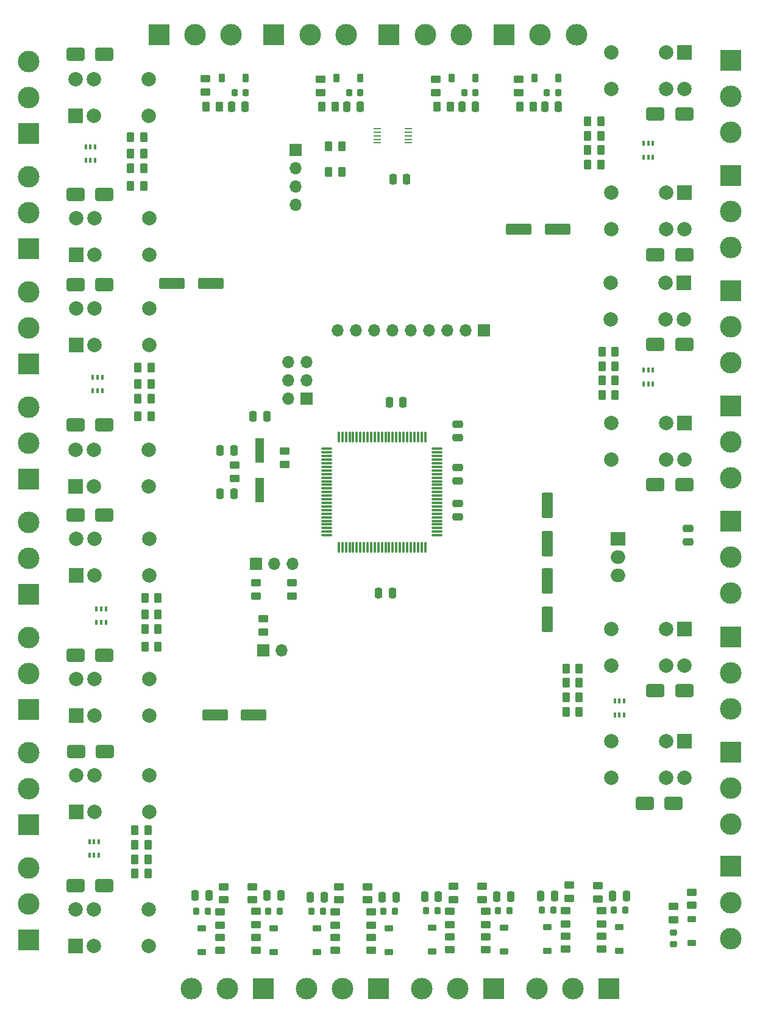
<source format=gbr>
%TF.GenerationSoftware,KiCad,Pcbnew,8.0.7-8.0.7-0~ubuntu22.04.1*%
%TF.CreationDate,2025-02-02T15:20:16-05:00*%
%TF.ProjectId,Keg Washer,4b656720-5761-4736-9865-722e6b696361,rev?*%
%TF.SameCoordinates,Original*%
%TF.FileFunction,Soldermask,Top*%
%TF.FilePolarity,Negative*%
%FSLAX46Y46*%
G04 Gerber Fmt 4.6, Leading zero omitted, Abs format (unit mm)*
G04 Created by KiCad (PCBNEW 8.0.7-8.0.7-0~ubuntu22.04.1) date 2025-02-02 15:20:16*
%MOMM*%
%LPD*%
G01*
G04 APERTURE LIST*
G04 Aperture macros list*
%AMRoundRect*
0 Rectangle with rounded corners*
0 $1 Rounding radius*
0 $2 $3 $4 $5 $6 $7 $8 $9 X,Y pos of 4 corners*
0 Add a 4 corners polygon primitive as box body*
4,1,4,$2,$3,$4,$5,$6,$7,$8,$9,$2,$3,0*
0 Add four circle primitives for the rounded corners*
1,1,$1+$1,$2,$3*
1,1,$1+$1,$4,$5*
1,1,$1+$1,$6,$7*
1,1,$1+$1,$8,$9*
0 Add four rect primitives between the rounded corners*
20,1,$1+$1,$2,$3,$4,$5,0*
20,1,$1+$1,$4,$5,$6,$7,0*
20,1,$1+$1,$6,$7,$8,$9,0*
20,1,$1+$1,$8,$9,$2,$3,0*%
G04 Aperture macros list end*
%ADD10RoundRect,0.250000X1.500000X0.550000X-1.500000X0.550000X-1.500000X-0.550000X1.500000X-0.550000X0*%
%ADD11RoundRect,0.250000X-1.500000X-0.550000X1.500000X-0.550000X1.500000X0.550000X-1.500000X0.550000X0*%
%ADD12RoundRect,0.250000X-0.475000X0.250000X-0.475000X-0.250000X0.475000X-0.250000X0.475000X0.250000X0*%
%ADD13RoundRect,0.250000X-0.250000X-0.475000X0.250000X-0.475000X0.250000X0.475000X-0.250000X0.475000X0*%
%ADD14RoundRect,0.250000X-0.450000X0.262500X-0.450000X-0.262500X0.450000X-0.262500X0.450000X0.262500X0*%
%ADD15RoundRect,0.218750X-0.256250X0.218750X-0.256250X-0.218750X0.256250X-0.218750X0.256250X0.218750X0*%
%ADD16RoundRect,0.225000X-0.375000X0.225000X-0.375000X-0.225000X0.375000X-0.225000X0.375000X0.225000X0*%
%ADD17R,1.200000X3.500000*%
%ADD18O,2.000000X1.905000*%
%ADD19R,2.000000X1.905000*%
%ADD20RoundRect,0.075000X-0.662500X0.075000X-0.662500X-0.075000X0.662500X-0.075000X0.662500X0.075000X0*%
%ADD21RoundRect,0.075000X-0.075000X0.662500X-0.075000X-0.662500X0.075000X-0.662500X0.075000X0.662500X0*%
%ADD22R,1.100000X0.250000*%
%ADD23RoundRect,0.250000X0.450000X-0.262500X0.450000X0.262500X-0.450000X0.262500X-0.450000X-0.262500X0*%
%ADD24RoundRect,0.250000X0.262500X0.450000X-0.262500X0.450000X-0.262500X-0.450000X0.262500X-0.450000X0*%
%ADD25RoundRect,0.250000X-0.262500X-0.450000X0.262500X-0.450000X0.262500X0.450000X-0.262500X0.450000X0*%
%ADD26RoundRect,0.100000X-0.100000X0.225000X-0.100000X-0.225000X0.100000X-0.225000X0.100000X0.225000X0*%
%ADD27C,2.000000*%
%ADD28R,2.000000X2.000000*%
%ADD29C,3.000000*%
%ADD30R,3.000000X3.000000*%
%ADD31O,1.700000X1.700000*%
%ADD32R,1.700000X1.700000*%
%ADD33RoundRect,0.218750X0.218750X0.256250X-0.218750X0.256250X-0.218750X-0.256250X0.218750X-0.256250X0*%
%ADD34RoundRect,0.218750X-0.218750X-0.256250X0.218750X-0.256250X0.218750X0.256250X-0.218750X0.256250X0*%
%ADD35RoundRect,0.225000X-0.225000X-0.375000X0.225000X-0.375000X0.225000X0.375000X-0.225000X0.375000X0*%
%ADD36RoundRect,0.250000X1.000000X0.650000X-1.000000X0.650000X-1.000000X-0.650000X1.000000X-0.650000X0*%
%ADD37RoundRect,0.250000X-1.000000X-0.650000X1.000000X-0.650000X1.000000X0.650000X-1.000000X0.650000X0*%
%ADD38RoundRect,0.250000X0.475000X-0.250000X0.475000X0.250000X-0.475000X0.250000X-0.475000X-0.250000X0*%
%ADD39RoundRect,0.250000X0.550000X-1.500000X0.550000X1.500000X-0.550000X1.500000X-0.550000X-1.500000X0*%
%ADD40RoundRect,0.250000X-0.550000X1.500000X-0.550000X-1.500000X0.550000X-1.500000X0.550000X1.500000X0*%
%ADD41RoundRect,0.250000X0.250000X0.475000X-0.250000X0.475000X-0.250000X-0.475000X0.250000X-0.475000X0*%
G04 APERTURE END LIST*
D10*
%TO.C,C27*%
X228900000Y-96500000D03*
X223500000Y-96500000D03*
%TD*%
D11*
%TO.C,C26*%
X175300000Y-104000000D03*
X180700000Y-104000000D03*
%TD*%
%TO.C,C25*%
X181300000Y-164000000D03*
X186700000Y-164000000D03*
%TD*%
D12*
%TO.C,C24*%
X215000000Y-134550000D03*
X215000000Y-136450000D03*
%TD*%
D13*
%TO.C,C23*%
X186600000Y-122500000D03*
X188500000Y-122500000D03*
%TD*%
D14*
%TO.C,R69*%
X245000000Y-192412500D03*
X245000000Y-190587500D03*
%TD*%
D15*
%TO.C,D40*%
X245000000Y-195787500D03*
X245000000Y-194212500D03*
%TD*%
D16*
%TO.C,D39*%
X247500000Y-195650000D03*
X247500000Y-192350000D03*
%TD*%
D17*
%TO.C,Y1*%
X187500000Y-132750000D03*
X187500000Y-127250000D03*
%TD*%
D18*
%TO.C,U3*%
X237305000Y-144540000D03*
X237305000Y-142000000D03*
D19*
X237305000Y-139460000D03*
%TD*%
D20*
%TO.C,U2*%
X212162500Y-127000000D03*
X212162500Y-127500000D03*
X212162500Y-128000000D03*
X212162500Y-128500000D03*
X212162500Y-129000000D03*
X212162500Y-129500000D03*
X212162500Y-130000000D03*
X212162500Y-130500000D03*
X212162500Y-131000000D03*
X212162500Y-131500000D03*
X212162500Y-132000000D03*
X212162500Y-132500000D03*
X212162500Y-133000000D03*
X212162500Y-133500000D03*
X212162500Y-134000000D03*
X212162500Y-134500000D03*
X212162500Y-135000000D03*
X212162500Y-135500000D03*
X212162500Y-136000000D03*
X212162500Y-136500000D03*
X212162500Y-137000000D03*
X212162500Y-137500000D03*
X212162500Y-138000000D03*
X212162500Y-138500000D03*
X212162500Y-139000000D03*
D21*
X210500000Y-140662500D03*
X210000000Y-140662500D03*
X209500000Y-140662500D03*
X209000000Y-140662500D03*
X208500000Y-140662500D03*
X208000000Y-140662500D03*
X207500000Y-140662500D03*
X207000000Y-140662500D03*
X206500000Y-140662500D03*
X206000000Y-140662500D03*
X205500000Y-140662500D03*
X205000000Y-140662500D03*
X204500000Y-140662500D03*
X204000000Y-140662500D03*
X203500000Y-140662500D03*
X203000000Y-140662500D03*
X202500000Y-140662500D03*
X202000000Y-140662500D03*
X201500000Y-140662500D03*
X201000000Y-140662500D03*
X200500000Y-140662500D03*
X200000000Y-140662500D03*
X199500000Y-140662500D03*
X199000000Y-140662500D03*
X198500000Y-140662500D03*
D20*
X196837500Y-139000000D03*
X196837500Y-138500000D03*
X196837500Y-138000000D03*
X196837500Y-137500000D03*
X196837500Y-137000000D03*
X196837500Y-136500000D03*
X196837500Y-136000000D03*
X196837500Y-135500000D03*
X196837500Y-135000000D03*
X196837500Y-134500000D03*
X196837500Y-134000000D03*
X196837500Y-133500000D03*
X196837500Y-133000000D03*
X196837500Y-132500000D03*
X196837500Y-132000000D03*
X196837500Y-131500000D03*
X196837500Y-131000000D03*
X196837500Y-130500000D03*
X196837500Y-130000000D03*
X196837500Y-129500000D03*
X196837500Y-129000000D03*
X196837500Y-128500000D03*
X196837500Y-128000000D03*
X196837500Y-127500000D03*
X196837500Y-127000000D03*
D21*
X198500000Y-125337500D03*
X199000000Y-125337500D03*
X199500000Y-125337500D03*
X200000000Y-125337500D03*
X200500000Y-125337500D03*
X201000000Y-125337500D03*
X201500000Y-125337500D03*
X202000000Y-125337500D03*
X202500000Y-125337500D03*
X203000000Y-125337500D03*
X203500000Y-125337500D03*
X204000000Y-125337500D03*
X204500000Y-125337500D03*
X205000000Y-125337500D03*
X205500000Y-125337500D03*
X206000000Y-125337500D03*
X206500000Y-125337500D03*
X207000000Y-125337500D03*
X207500000Y-125337500D03*
X208000000Y-125337500D03*
X208500000Y-125337500D03*
X209000000Y-125337500D03*
X209500000Y-125337500D03*
X210000000Y-125337500D03*
X210500000Y-125337500D03*
%TD*%
D22*
%TO.C,U1*%
X203850000Y-84500000D03*
X203850000Y-84000000D03*
X203850000Y-83500000D03*
X203850000Y-83000000D03*
X203850000Y-82500000D03*
X208150000Y-82500000D03*
X208150000Y-83000000D03*
X208150000Y-83500000D03*
X208150000Y-84000000D03*
X208150000Y-84500000D03*
%TD*%
D14*
%TO.C,R68*%
X247500000Y-190412500D03*
X247500000Y-188587500D03*
%TD*%
%TO.C,R67*%
X188000000Y-152412500D03*
X188000000Y-150587500D03*
%TD*%
D23*
%TO.C,R66*%
X192000000Y-145587500D03*
X192000000Y-147412500D03*
%TD*%
%TO.C,R65*%
X187000000Y-145587500D03*
X187000000Y-147412500D03*
%TD*%
D14*
%TO.C,R64*%
X198000000Y-196650000D03*
X198000000Y-194825000D03*
%TD*%
%TO.C,R63*%
X203000000Y-196650000D03*
X203000000Y-194825000D03*
%TD*%
%TO.C,R62*%
X182000000Y-196650000D03*
X182000000Y-194825000D03*
%TD*%
%TO.C,R61*%
X187000000Y-196650000D03*
X187000000Y-194825000D03*
%TD*%
%TO.C,R60*%
X198000000Y-193150000D03*
X198000000Y-191325000D03*
%TD*%
%TO.C,R59*%
X203000000Y-193150000D03*
X203000000Y-191325000D03*
%TD*%
%TO.C,R58*%
X182000000Y-193150000D03*
X182000000Y-191325000D03*
%TD*%
%TO.C,R57*%
X187000000Y-193062500D03*
X187000000Y-191237500D03*
%TD*%
D23*
%TO.C,R56*%
X198500000Y-187825000D03*
X198500000Y-189650000D03*
%TD*%
%TO.C,R55*%
X202500000Y-187825000D03*
X202500000Y-189650000D03*
%TD*%
%TO.C,R54*%
X182500000Y-187825000D03*
X182500000Y-189650000D03*
%TD*%
%TO.C,R53*%
X186500000Y-187825000D03*
X186500000Y-189650000D03*
%TD*%
D14*
%TO.C,R52*%
X230000000Y-196500000D03*
X230000000Y-194675000D03*
%TD*%
%TO.C,R51*%
X235000000Y-196500000D03*
X235000000Y-194675000D03*
%TD*%
%TO.C,R50*%
X213932500Y-196582500D03*
X213932500Y-194757500D03*
%TD*%
%TO.C,R49*%
X218932500Y-196582500D03*
X218932500Y-194757500D03*
%TD*%
%TO.C,R48*%
X230000000Y-193000000D03*
X230000000Y-191175000D03*
%TD*%
%TO.C,R47*%
X235000000Y-191175000D03*
X235000000Y-193000000D03*
%TD*%
%TO.C,R46*%
X213932500Y-193082500D03*
X213932500Y-191257500D03*
%TD*%
%TO.C,R45*%
X218932500Y-193082500D03*
X218932500Y-191257500D03*
%TD*%
D23*
%TO.C,R44*%
X230500000Y-187587500D03*
X230500000Y-189412500D03*
%TD*%
%TO.C,R43*%
X234500000Y-187675000D03*
X234500000Y-189500000D03*
%TD*%
%TO.C,R42*%
X214432500Y-187757500D03*
X214432500Y-189582500D03*
%TD*%
%TO.C,R41*%
X218432500Y-187757500D03*
X218432500Y-189582500D03*
%TD*%
%TO.C,R40*%
X180000000Y-75587500D03*
X180000000Y-77412500D03*
%TD*%
%TO.C,R39*%
X196000000Y-75675000D03*
X196000000Y-77500000D03*
%TD*%
D24*
%TO.C,R38*%
X180087500Y-79500000D03*
X181912500Y-79500000D03*
%TD*%
%TO.C,R37*%
X196175000Y-79500000D03*
X198000000Y-79500000D03*
%TD*%
%TO.C,R36*%
X197087500Y-85000000D03*
X198912500Y-85000000D03*
%TD*%
%TO.C,R35*%
X197087500Y-88500000D03*
X198912500Y-88500000D03*
%TD*%
D23*
%TO.C,R34*%
X212000000Y-75675000D03*
X212000000Y-77500000D03*
%TD*%
D24*
%TO.C,R33*%
X212175000Y-79500000D03*
X214000000Y-79500000D03*
%TD*%
D14*
%TO.C,R32*%
X184000000Y-131075000D03*
X184000000Y-129250000D03*
%TD*%
%TO.C,R31*%
X191000000Y-129162500D03*
X191000000Y-127337500D03*
%TD*%
D24*
%TO.C,R30*%
X223675000Y-79432500D03*
X225500000Y-79432500D03*
%TD*%
D23*
%TO.C,R29*%
X223500000Y-75675000D03*
X223500000Y-77500000D03*
%TD*%
D25*
%TO.C,R28*%
X172000000Y-180000000D03*
X170175000Y-180000000D03*
%TD*%
%TO.C,R27*%
X171587500Y-147672500D03*
X173412500Y-147672500D03*
%TD*%
%TO.C,R26*%
X172000000Y-182000000D03*
X170175000Y-182000000D03*
%TD*%
%TO.C,R25*%
X171587500Y-150000000D03*
X173412500Y-150000000D03*
%TD*%
D24*
%TO.C,R24*%
X170175000Y-184000000D03*
X172000000Y-184000000D03*
%TD*%
%TO.C,R23*%
X173412500Y-152000000D03*
X171587500Y-152000000D03*
%TD*%
%TO.C,R22*%
X170175000Y-186000000D03*
X172000000Y-186000000D03*
%TD*%
%TO.C,R21*%
X173412500Y-154500000D03*
X171587500Y-154500000D03*
%TD*%
D25*
%TO.C,R20*%
X172412500Y-115672500D03*
X170587500Y-115672500D03*
%TD*%
%TO.C,R19*%
X171412500Y-83672500D03*
X169587500Y-83672500D03*
%TD*%
%TO.C,R18*%
X172412500Y-118000000D03*
X170587500Y-118000000D03*
%TD*%
%TO.C,R17*%
X171412500Y-86000000D03*
X169587500Y-86000000D03*
%TD*%
D24*
%TO.C,R16*%
X170587500Y-120000000D03*
X172412500Y-120000000D03*
%TD*%
%TO.C,R15*%
X169587500Y-88000000D03*
X171412500Y-88000000D03*
%TD*%
%TO.C,R14*%
X170587500Y-122500000D03*
X172412500Y-122500000D03*
%TD*%
%TO.C,R13*%
X169587500Y-90500000D03*
X171412500Y-90500000D03*
%TD*%
%TO.C,R12*%
X230087500Y-157500000D03*
X231912500Y-157500000D03*
%TD*%
%TO.C,R11*%
X230087500Y-159500000D03*
X231912500Y-159500000D03*
%TD*%
D25*
%TO.C,R10*%
X231912500Y-161500000D03*
X230087500Y-161500000D03*
%TD*%
%TO.C,R9*%
X231912500Y-163500000D03*
X230087500Y-163500000D03*
%TD*%
D24*
%TO.C,R8*%
X235087500Y-113500000D03*
X236912500Y-113500000D03*
%TD*%
%TO.C,R7*%
X235087500Y-115500000D03*
X236912500Y-115500000D03*
%TD*%
D25*
%TO.C,R6*%
X236912500Y-117500000D03*
X235087500Y-117500000D03*
%TD*%
%TO.C,R5*%
X236912500Y-119500000D03*
X235087500Y-119500000D03*
%TD*%
%TO.C,R4*%
X234912500Y-85500000D03*
X233087500Y-85500000D03*
%TD*%
D24*
%TO.C,R3*%
X233087500Y-83500000D03*
X234912500Y-83500000D03*
%TD*%
%TO.C,R2*%
X233087500Y-81500000D03*
X234912500Y-81500000D03*
%TD*%
D25*
%TO.C,R1*%
X234912500Y-87500000D03*
X233087500Y-87500000D03*
%TD*%
D26*
%TO.C,Q7*%
X165150000Y-183450000D03*
X164500000Y-183450000D03*
X163850000Y-183450000D03*
X163850000Y-181550000D03*
X164500000Y-181550000D03*
X165150000Y-181550000D03*
%TD*%
%TO.C,Q6*%
X166150000Y-149222500D03*
X165500000Y-149222500D03*
X164850000Y-149222500D03*
X164850000Y-151122500D03*
X165500000Y-151122500D03*
X166150000Y-151122500D03*
%TD*%
%TO.C,Q5*%
X165650000Y-118950000D03*
X165000000Y-118950000D03*
X164350000Y-118950000D03*
X164350000Y-117050000D03*
X165000000Y-117050000D03*
X165650000Y-117050000D03*
%TD*%
%TO.C,Q4*%
X164650000Y-86950000D03*
X164000000Y-86950000D03*
X163350000Y-86950000D03*
X163350000Y-85050000D03*
X164000000Y-85050000D03*
X164650000Y-85050000D03*
%TD*%
%TO.C,Q3*%
X238150000Y-163950000D03*
X237500000Y-163950000D03*
X236850000Y-163950000D03*
X236850000Y-162050000D03*
X237500000Y-162050000D03*
X238150000Y-162050000D03*
%TD*%
%TO.C,Q2*%
X242150000Y-117950000D03*
X241500000Y-117950000D03*
X240850000Y-117950000D03*
X240850000Y-116050000D03*
X241500000Y-116050000D03*
X242150000Y-116050000D03*
%TD*%
%TO.C,Q1*%
X242150000Y-86450000D03*
X241500000Y-86450000D03*
X240850000Y-86450000D03*
X240850000Y-84550000D03*
X241500000Y-84550000D03*
X242150000Y-84550000D03*
%TD*%
D27*
%TO.C,K14*%
X161917500Y-191000000D03*
X164457500Y-191000000D03*
X172077500Y-191000000D03*
X172077500Y-196080000D03*
X164457500Y-196080000D03*
D28*
X161917500Y-196080000D03*
%TD*%
D27*
%TO.C,K13*%
X162042500Y-172327500D03*
X164582500Y-172327500D03*
X172202500Y-172327500D03*
X172202500Y-177407500D03*
X164582500Y-177407500D03*
D28*
X162042500Y-177407500D03*
%TD*%
%TO.C,K12*%
X162000000Y-164080000D03*
D27*
X164540000Y-164080000D03*
X172160000Y-164080000D03*
X172160000Y-159000000D03*
X164540000Y-159000000D03*
X162000000Y-159000000D03*
%TD*%
D28*
%TO.C,K11*%
X162000000Y-144580000D03*
D27*
X164540000Y-144580000D03*
X172160000Y-144580000D03*
X172160000Y-139500000D03*
X164540000Y-139500000D03*
X162000000Y-139500000D03*
%TD*%
%TO.C,K10*%
X246540000Y-96500000D03*
X244000000Y-96500000D03*
X236380000Y-96500000D03*
X236380000Y-91420000D03*
X244000000Y-91420000D03*
D28*
X246540000Y-91420000D03*
%TD*%
D27*
%TO.C,K9*%
X246540000Y-77000000D03*
X244000000Y-77000000D03*
X236380000Y-77000000D03*
X236380000Y-71920000D03*
X244000000Y-71920000D03*
D28*
X246540000Y-71920000D03*
%TD*%
D27*
%TO.C,K8*%
X161917500Y-127172500D03*
X164457500Y-127172500D03*
X172077500Y-127172500D03*
X172077500Y-132252500D03*
X164457500Y-132252500D03*
D28*
X161917500Y-132252500D03*
%TD*%
D27*
%TO.C,K7*%
X162000000Y-107500000D03*
X164540000Y-107500000D03*
X172160000Y-107500000D03*
X172160000Y-112580000D03*
X164540000Y-112580000D03*
D28*
X162000000Y-112580000D03*
%TD*%
D27*
%TO.C,K6*%
X162000000Y-95000000D03*
X164540000Y-95000000D03*
X172160000Y-95000000D03*
X172160000Y-100080000D03*
X164540000Y-100080000D03*
D28*
X162000000Y-100080000D03*
%TD*%
D27*
%TO.C,K5*%
X161917500Y-75672500D03*
X164457500Y-75672500D03*
X172077500Y-75672500D03*
X172077500Y-80752500D03*
X164457500Y-80752500D03*
D28*
X161917500Y-80752500D03*
%TD*%
D27*
%TO.C,K4*%
X246540000Y-172672500D03*
X244000000Y-172672500D03*
X236380000Y-172672500D03*
X236380000Y-167592500D03*
X244000000Y-167592500D03*
D28*
X246540000Y-167592500D03*
%TD*%
D27*
%TO.C,K3*%
X246540000Y-157087500D03*
X244000000Y-157087500D03*
X236380000Y-157087500D03*
X236380000Y-152007500D03*
X244000000Y-152007500D03*
D28*
X246540000Y-152007500D03*
%TD*%
D27*
%TO.C,K2*%
X246540000Y-128500000D03*
X244000000Y-128500000D03*
X236380000Y-128500000D03*
X236380000Y-123420000D03*
X244000000Y-123420000D03*
D28*
X246540000Y-123420000D03*
%TD*%
D27*
%TO.C,K1*%
X246457500Y-109000000D03*
X243917500Y-109000000D03*
X236297500Y-109000000D03*
X236297500Y-103920000D03*
X243917500Y-103920000D03*
D28*
X246457500Y-103920000D03*
%TD*%
D29*
%TO.C,J29*%
X253000000Y-195000000D03*
X253000000Y-190000000D03*
D30*
X253000000Y-185000000D03*
%TD*%
D31*
%TO.C,J28*%
X190540000Y-155000000D03*
D32*
X188000000Y-155000000D03*
%TD*%
D31*
%TO.C,J27*%
X192080000Y-143000000D03*
X189540000Y-143000000D03*
D32*
X187000000Y-143000000D03*
%TD*%
D31*
%TO.C,J26*%
X198380000Y-110500000D03*
X200920000Y-110500000D03*
X203460000Y-110500000D03*
X206000000Y-110500000D03*
X208540000Y-110500000D03*
X211080000Y-110500000D03*
X213620000Y-110500000D03*
X216160000Y-110500000D03*
D32*
X218700000Y-110500000D03*
%TD*%
D31*
%TO.C,J25*%
X192500000Y-93120000D03*
X192500000Y-90580000D03*
X192500000Y-88040000D03*
D32*
X192500000Y-85500000D03*
%TD*%
D29*
%TO.C,J24*%
X183500000Y-69500000D03*
X178500000Y-69500000D03*
D30*
X173500000Y-69500000D03*
%TD*%
D29*
%TO.C,J23*%
X199500000Y-69500000D03*
X194500000Y-69500000D03*
D30*
X189500000Y-69500000D03*
%TD*%
D29*
%TO.C,J22*%
X253000000Y-147000000D03*
X253000000Y-142000000D03*
D30*
X253000000Y-137000000D03*
%TD*%
D29*
%TO.C,J21*%
X253000000Y-179087500D03*
X253000000Y-174087500D03*
D30*
X253000000Y-169087500D03*
%TD*%
D29*
%TO.C,J20*%
X253000000Y-163087500D03*
X253000000Y-158087500D03*
D30*
X253000000Y-153087500D03*
%TD*%
D29*
%TO.C,J19*%
X253000000Y-131000000D03*
X253000000Y-126000000D03*
D30*
X253000000Y-121000000D03*
%TD*%
D29*
%TO.C,J18*%
X253000000Y-115000000D03*
X253000000Y-110000000D03*
D30*
X253000000Y-105000000D03*
%TD*%
D29*
%TO.C,J17*%
X253000000Y-99000000D03*
X253000000Y-94000000D03*
D30*
X253000000Y-89000000D03*
%TD*%
D29*
%TO.C,J16*%
X253000000Y-83000000D03*
X253000000Y-78000000D03*
D30*
X253000000Y-73000000D03*
%TD*%
D29*
%TO.C,J15*%
X215500000Y-69500000D03*
X210500000Y-69500000D03*
D30*
X205500000Y-69500000D03*
%TD*%
D29*
%TO.C,J14*%
X231500000Y-69500000D03*
X226500000Y-69500000D03*
D30*
X221500000Y-69500000D03*
%TD*%
D29*
%TO.C,J13*%
X226000000Y-202000000D03*
X231000000Y-202000000D03*
D30*
X236000000Y-202000000D03*
%TD*%
D29*
%TO.C,J12*%
X210000000Y-202000000D03*
X215000000Y-202000000D03*
D30*
X220000000Y-202000000D03*
%TD*%
%TO.C,J11*%
X204000000Y-202000000D03*
D29*
X199000000Y-202000000D03*
X194000000Y-202000000D03*
%TD*%
%TO.C,J10*%
X178000000Y-202000000D03*
X183000000Y-202000000D03*
D30*
X188000000Y-202000000D03*
%TD*%
D29*
%TO.C,J9*%
X155457500Y-185172500D03*
X155457500Y-190172500D03*
D30*
X155457500Y-195172500D03*
%TD*%
%TO.C,J8*%
X155457500Y-179172500D03*
D29*
X155457500Y-174172500D03*
X155457500Y-169172500D03*
%TD*%
D30*
%TO.C,J7*%
X155457500Y-163172500D03*
D29*
X155457500Y-158172500D03*
X155457500Y-153172500D03*
%TD*%
D30*
%TO.C,J6*%
X155457500Y-147172500D03*
D29*
X155457500Y-142172500D03*
X155457500Y-137172500D03*
%TD*%
%TO.C,J5*%
X155457500Y-121172500D03*
X155457500Y-126172500D03*
D30*
X155457500Y-131172500D03*
%TD*%
D29*
%TO.C,J4*%
X155457500Y-105172500D03*
X155457500Y-110172500D03*
D30*
X155457500Y-115172500D03*
%TD*%
D29*
%TO.C,J3*%
X155457500Y-89172500D03*
X155457500Y-94172500D03*
D30*
X155457500Y-99172500D03*
%TD*%
D29*
%TO.C,J2*%
X155457500Y-73172500D03*
X155457500Y-78172500D03*
D30*
X155457500Y-83172500D03*
%TD*%
D31*
%TO.C,J1*%
X191460000Y-114920000D03*
X194000000Y-114920000D03*
X191460000Y-117460000D03*
X194000000Y-117460000D03*
X191460000Y-120000000D03*
D32*
X194000000Y-120000000D03*
%TD*%
D16*
%TO.C,D38*%
X195500000Y-196887500D03*
X195500000Y-193587500D03*
%TD*%
%TO.C,D37*%
X205500000Y-196887500D03*
X205500000Y-193587500D03*
%TD*%
%TO.C,D36*%
X179500000Y-196887500D03*
X179500000Y-193587500D03*
%TD*%
%TO.C,D35*%
X189500000Y-196887500D03*
X189500000Y-193587500D03*
%TD*%
D33*
%TO.C,D34*%
X194712500Y-191237500D03*
X196287500Y-191237500D03*
%TD*%
D34*
%TO.C,D33*%
X206287500Y-191237500D03*
X204712500Y-191237500D03*
%TD*%
D33*
%TO.C,D32*%
X178712500Y-191237500D03*
X180287500Y-191237500D03*
%TD*%
D34*
%TO.C,D31*%
X190287500Y-191237500D03*
X188712500Y-191237500D03*
%TD*%
D16*
%TO.C,D30*%
X227500000Y-196737500D03*
X227500000Y-193437500D03*
%TD*%
%TO.C,D29*%
X237500000Y-196737500D03*
X237500000Y-193437500D03*
%TD*%
%TO.C,D28*%
X211432500Y-196820000D03*
X211432500Y-193520000D03*
%TD*%
%TO.C,D27*%
X221432500Y-196820000D03*
X221432500Y-193520000D03*
%TD*%
D33*
%TO.C,D26*%
X226712500Y-191087500D03*
X228287500Y-191087500D03*
%TD*%
D34*
%TO.C,D25*%
X238287500Y-191087500D03*
X236712500Y-191087500D03*
%TD*%
D33*
%TO.C,D24*%
X210645000Y-191170000D03*
X212220000Y-191170000D03*
%TD*%
D34*
%TO.C,D23*%
X222220000Y-191170000D03*
X220645000Y-191170000D03*
%TD*%
D35*
%TO.C,D22*%
X185600000Y-75500000D03*
X182300000Y-75500000D03*
%TD*%
%TO.C,D21*%
X201500000Y-75500000D03*
X198200000Y-75500000D03*
%TD*%
D34*
%TO.C,D20*%
X185575000Y-77500000D03*
X184000000Y-77500000D03*
%TD*%
%TO.C,D19*%
X201500000Y-77500000D03*
X199925000Y-77500000D03*
%TD*%
D35*
%TO.C,D18*%
X217500000Y-75500000D03*
X214200000Y-75500000D03*
%TD*%
D34*
%TO.C,D17*%
X217500000Y-77500000D03*
X215925000Y-77500000D03*
%TD*%
D35*
%TO.C,D16*%
X229000000Y-75500000D03*
X225700000Y-75500000D03*
%TD*%
D34*
%TO.C,D15*%
X229000000Y-77500000D03*
X227425000Y-77500000D03*
%TD*%
D36*
%TO.C,D14*%
X162000000Y-169000000D03*
X166000000Y-169000000D03*
%TD*%
%TO.C,D13*%
X165957500Y-136172500D03*
X161957500Y-136172500D03*
%TD*%
%TO.C,D12*%
X161957500Y-187672500D03*
X165957500Y-187672500D03*
%TD*%
%TO.C,D11*%
X161957500Y-155672500D03*
X165957500Y-155672500D03*
%TD*%
%TO.C,D10*%
X161957500Y-104172500D03*
X165957500Y-104172500D03*
%TD*%
%TO.C,D9*%
X161957500Y-72172500D03*
X165957500Y-72172500D03*
%TD*%
%TO.C,D8*%
X161957500Y-123672500D03*
X165957500Y-123672500D03*
%TD*%
%TO.C,D7*%
X161957500Y-91672500D03*
X165957500Y-91672500D03*
%TD*%
D37*
%TO.C,D6*%
X246500000Y-160587500D03*
X242500000Y-160587500D03*
%TD*%
D36*
%TO.C,D5*%
X241000000Y-176250000D03*
X245000000Y-176250000D03*
%TD*%
D37*
%TO.C,D4*%
X246500000Y-112500000D03*
X242500000Y-112500000D03*
%TD*%
%TO.C,D3*%
X246500000Y-132000000D03*
X242500000Y-132000000D03*
%TD*%
%TO.C,D2*%
X246500000Y-80500000D03*
X242500000Y-80500000D03*
%TD*%
%TO.C,D1*%
X246500000Y-100000000D03*
X242500000Y-100000000D03*
%TD*%
D38*
%TO.C,C22*%
X215000000Y-129550000D03*
X215000000Y-131450000D03*
%TD*%
D13*
%TO.C,C21*%
X207950000Y-89500000D03*
X206050000Y-89500000D03*
%TD*%
D39*
%TO.C,C20*%
X227500000Y-145300000D03*
X227500000Y-150700000D03*
%TD*%
D40*
%TO.C,C19*%
X227500000Y-140200000D03*
X227500000Y-134800000D03*
%TD*%
D12*
%TO.C,C18*%
X215000000Y-125450000D03*
X215000000Y-123550000D03*
%TD*%
D13*
%TO.C,C17*%
X207450000Y-120500000D03*
X205550000Y-120500000D03*
%TD*%
D41*
%TO.C,C16*%
X204050000Y-147000000D03*
X205950000Y-147000000D03*
%TD*%
D12*
%TO.C,C15*%
X247000000Y-139950000D03*
X247000000Y-138050000D03*
%TD*%
D13*
%TO.C,C14*%
X183950000Y-127250000D03*
X182050000Y-127250000D03*
%TD*%
%TO.C,C13*%
X183950000Y-133250000D03*
X182050000Y-133250000D03*
%TD*%
D41*
%TO.C,C12*%
X194550000Y-189237500D03*
X196450000Y-189237500D03*
%TD*%
D13*
%TO.C,C11*%
X206450000Y-189237500D03*
X204550000Y-189237500D03*
%TD*%
D41*
%TO.C,C10*%
X180450000Y-189000000D03*
X178550000Y-189000000D03*
%TD*%
D13*
%TO.C,C9*%
X190450000Y-189000000D03*
X188550000Y-189000000D03*
%TD*%
D41*
%TO.C,C8*%
X226550000Y-189087500D03*
X228450000Y-189087500D03*
%TD*%
D13*
%TO.C,C7*%
X238450000Y-189087500D03*
X236550000Y-189087500D03*
%TD*%
D41*
%TO.C,C6*%
X210432500Y-189170000D03*
X212332500Y-189170000D03*
%TD*%
D13*
%TO.C,C5*%
X222382500Y-189170000D03*
X220482500Y-189170000D03*
%TD*%
%TO.C,C4*%
X185500000Y-79500000D03*
X183600000Y-79500000D03*
%TD*%
%TO.C,C3*%
X201500000Y-79500000D03*
X199600000Y-79500000D03*
%TD*%
%TO.C,C2*%
X217500000Y-79500000D03*
X215600000Y-79500000D03*
%TD*%
%TO.C,C1*%
X229000000Y-79432500D03*
X227100000Y-79432500D03*
%TD*%
M02*

</source>
